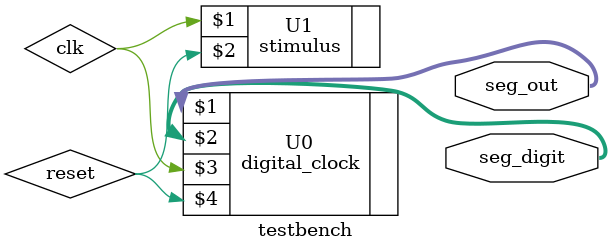
<source format=v>
`timescale 1ns / 1ps

module testbench(
    output [7:0]seg_out,
    output [3:0]seg_digit
    );
    wire clk,reset;
    
    digital_clock U0(
        seg_out,
        seg_digit,
        clk,
        reset
    );
    
    stimulus U1(
        clk,
        reset
    );
endmodule

</source>
